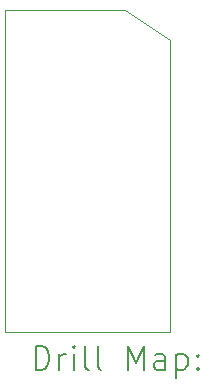
<source format=gbr>
%TF.GenerationSoftware,KiCad,Pcbnew,7.0.9*%
%TF.CreationDate,2024-04-23T20:51:31-07:00*%
%TF.ProjectId,U29-74LS02,5532392d-3734-44c5-9330-322e6b696361,rev?*%
%TF.SameCoordinates,Original*%
%TF.FileFunction,Drillmap*%
%TF.FilePolarity,Positive*%
%FSLAX45Y45*%
G04 Gerber Fmt 4.5, Leading zero omitted, Abs format (unit mm)*
G04 Created by KiCad (PCBNEW 7.0.9) date 2024-04-23 20:51:31*
%MOMM*%
%LPD*%
G01*
G04 APERTURE LIST*
%ADD10C,0.100000*%
%ADD11C,0.200000*%
G04 APERTURE END LIST*
D10*
X16510000Y-8699500D02*
X16129000Y-8445500D01*
X16510000Y-8763000D02*
X16510000Y-8699500D01*
X15113000Y-8445500D02*
X15113000Y-11176000D01*
X16129000Y-8445500D02*
X15113000Y-8445500D01*
X16510000Y-11176000D02*
X16510000Y-8763000D01*
X15113000Y-11176000D02*
X16510000Y-11176000D01*
D11*
X15368777Y-11492484D02*
X15368777Y-11292484D01*
X15368777Y-11292484D02*
X15416396Y-11292484D01*
X15416396Y-11292484D02*
X15444967Y-11302008D01*
X15444967Y-11302008D02*
X15464015Y-11321055D01*
X15464015Y-11321055D02*
X15473539Y-11340103D01*
X15473539Y-11340103D02*
X15483062Y-11378198D01*
X15483062Y-11378198D02*
X15483062Y-11406769D01*
X15483062Y-11406769D02*
X15473539Y-11444865D01*
X15473539Y-11444865D02*
X15464015Y-11463912D01*
X15464015Y-11463912D02*
X15444967Y-11482960D01*
X15444967Y-11482960D02*
X15416396Y-11492484D01*
X15416396Y-11492484D02*
X15368777Y-11492484D01*
X15568777Y-11492484D02*
X15568777Y-11359150D01*
X15568777Y-11397246D02*
X15578301Y-11378198D01*
X15578301Y-11378198D02*
X15587824Y-11368674D01*
X15587824Y-11368674D02*
X15606872Y-11359150D01*
X15606872Y-11359150D02*
X15625920Y-11359150D01*
X15692586Y-11492484D02*
X15692586Y-11359150D01*
X15692586Y-11292484D02*
X15683062Y-11302008D01*
X15683062Y-11302008D02*
X15692586Y-11311531D01*
X15692586Y-11311531D02*
X15702110Y-11302008D01*
X15702110Y-11302008D02*
X15692586Y-11292484D01*
X15692586Y-11292484D02*
X15692586Y-11311531D01*
X15816396Y-11492484D02*
X15797348Y-11482960D01*
X15797348Y-11482960D02*
X15787824Y-11463912D01*
X15787824Y-11463912D02*
X15787824Y-11292484D01*
X15921158Y-11492484D02*
X15902110Y-11482960D01*
X15902110Y-11482960D02*
X15892586Y-11463912D01*
X15892586Y-11463912D02*
X15892586Y-11292484D01*
X16149729Y-11492484D02*
X16149729Y-11292484D01*
X16149729Y-11292484D02*
X16216396Y-11435341D01*
X16216396Y-11435341D02*
X16283062Y-11292484D01*
X16283062Y-11292484D02*
X16283062Y-11492484D01*
X16464015Y-11492484D02*
X16464015Y-11387722D01*
X16464015Y-11387722D02*
X16454491Y-11368674D01*
X16454491Y-11368674D02*
X16435443Y-11359150D01*
X16435443Y-11359150D02*
X16397348Y-11359150D01*
X16397348Y-11359150D02*
X16378301Y-11368674D01*
X16464015Y-11482960D02*
X16444967Y-11492484D01*
X16444967Y-11492484D02*
X16397348Y-11492484D01*
X16397348Y-11492484D02*
X16378301Y-11482960D01*
X16378301Y-11482960D02*
X16368777Y-11463912D01*
X16368777Y-11463912D02*
X16368777Y-11444865D01*
X16368777Y-11444865D02*
X16378301Y-11425817D01*
X16378301Y-11425817D02*
X16397348Y-11416293D01*
X16397348Y-11416293D02*
X16444967Y-11416293D01*
X16444967Y-11416293D02*
X16464015Y-11406769D01*
X16559253Y-11359150D02*
X16559253Y-11559150D01*
X16559253Y-11368674D02*
X16578301Y-11359150D01*
X16578301Y-11359150D02*
X16616396Y-11359150D01*
X16616396Y-11359150D02*
X16635443Y-11368674D01*
X16635443Y-11368674D02*
X16644967Y-11378198D01*
X16644967Y-11378198D02*
X16654491Y-11397246D01*
X16654491Y-11397246D02*
X16654491Y-11454388D01*
X16654491Y-11454388D02*
X16644967Y-11473436D01*
X16644967Y-11473436D02*
X16635443Y-11482960D01*
X16635443Y-11482960D02*
X16616396Y-11492484D01*
X16616396Y-11492484D02*
X16578301Y-11492484D01*
X16578301Y-11492484D02*
X16559253Y-11482960D01*
X16740205Y-11473436D02*
X16749729Y-11482960D01*
X16749729Y-11482960D02*
X16740205Y-11492484D01*
X16740205Y-11492484D02*
X16730682Y-11482960D01*
X16730682Y-11482960D02*
X16740205Y-11473436D01*
X16740205Y-11473436D02*
X16740205Y-11492484D01*
X16740205Y-11368674D02*
X16749729Y-11378198D01*
X16749729Y-11378198D02*
X16740205Y-11387722D01*
X16740205Y-11387722D02*
X16730682Y-11378198D01*
X16730682Y-11378198D02*
X16740205Y-11368674D01*
X16740205Y-11368674D02*
X16740205Y-11387722D01*
M02*

</source>
